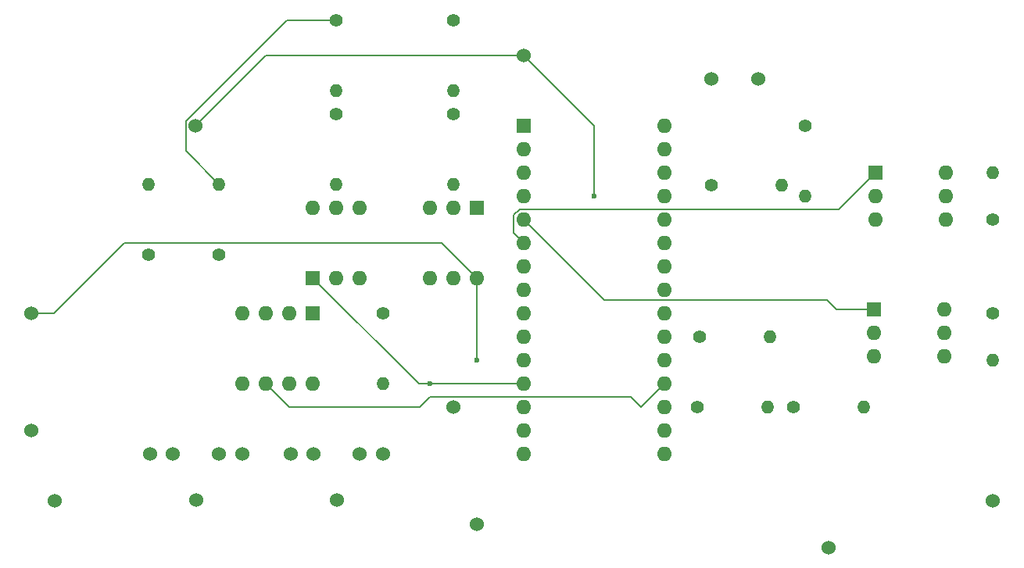
<source format=gbr>
%TF.GenerationSoftware,KiCad,Pcbnew,(7.0.0)*%
%TF.CreationDate,2023-09-29T18:22:51-04:00*%
%TF.ProjectId,Tinnitus Device 2,54696e6e-6974-4757-9320-446576696365,rev?*%
%TF.SameCoordinates,Original*%
%TF.FileFunction,Copper,L2,Bot*%
%TF.FilePolarity,Positive*%
%FSLAX46Y46*%
G04 Gerber Fmt 4.6, Leading zero omitted, Abs format (unit mm)*
G04 Created by KiCad (PCBNEW (7.0.0)) date 2023-09-29 18:22:51*
%MOMM*%
%LPD*%
G01*
G04 APERTURE LIST*
%TA.AperFunction,ComponentPad*%
%ADD10R,1.600000X1.600000*%
%TD*%
%TA.AperFunction,ComponentPad*%
%ADD11O,1.600000X1.600000*%
%TD*%
%TA.AperFunction,ComponentPad*%
%ADD12C,1.400000*%
%TD*%
%TA.AperFunction,ComponentPad*%
%ADD13O,1.400000X1.400000*%
%TD*%
%TA.AperFunction,ComponentPad*%
%ADD14C,1.524000*%
%TD*%
%TA.AperFunction,ViaPad*%
%ADD15C,0.600000*%
%TD*%
%TA.AperFunction,Conductor*%
%ADD16C,0.200000*%
%TD*%
G04 APERTURE END LIST*
D10*
%TO.P,U1,1,NC*%
%TO.N,unconnected-(U1-NC-Pad1)*%
X111759999Y-86359999D03*
D11*
%TO.P,U1,2,-*%
%TO.N,Net-(U1--)*%
X109219999Y-86359999D03*
%TO.P,U1,3,+*%
%TO.N,Net-(U1-+)*%
X106679999Y-86359999D03*
%TO.P,U1,4,V-*%
%TO.N,GND*%
X104139999Y-86359999D03*
%TO.P,U1,5,NC*%
%TO.N,unconnected-(U1-NC-Pad5)*%
X104139999Y-93979999D03*
%TO.P,U1,6*%
%TO.N,Net-(A1-A0)*%
X106679999Y-93979999D03*
%TO.P,U1,7,V+*%
%TO.N,+5V*%
X109219999Y-93979999D03*
%TO.P,U1,8,NC*%
%TO.N,unconnected-(U1-NC-Pad8)*%
X111759999Y-93979999D03*
%TD*%
D12*
%TO.P,RG1,1*%
%TO.N,Net-(U1--)*%
X101600000Y-80010000D03*
D13*
%TO.P,RG1,2*%
%TO.N,GND*%
X101599999Y-72389999D03*
%TD*%
D12*
%TO.P,RF1,1*%
%TO.N,Net-(A1-A0)*%
X93980000Y-80010000D03*
D13*
%TO.P,RF1,2*%
%TO.N,Net-(U1--)*%
X93979999Y-72389999D03*
%TD*%
%TO.P,R6,2*%
%TO.N,Net-(D4-K)*%
X161289999Y-88899999D03*
D12*
%TO.P,R6,1*%
%TO.N,GND*%
X153670000Y-88900000D03*
%TD*%
%TO.P,R5,1*%
%TO.N,GND*%
X114300000Y-54610000D03*
D13*
%TO.P,R5,2*%
%TO.N,Net-(D2-K)*%
X114299999Y-62229999D03*
%TD*%
D12*
%TO.P,R4,1*%
%TO.N,GND*%
X127000000Y-54610000D03*
D13*
%TO.P,R4,2*%
%TO.N,Net-(D1-K)*%
X126999999Y-62229999D03*
%TD*%
D12*
%TO.P,R3,1*%
%TO.N,GND*%
X153370000Y-96520000D03*
D13*
%TO.P,R3,2*%
%TO.N,Net-(D3-K)*%
X160989999Y-96519999D03*
%TD*%
D12*
%TO.P,R2,1*%
%TO.N,/OPTIONAL*%
X165100000Y-66040000D03*
D13*
%TO.P,R2,2*%
X165099999Y-73659999D03*
%TD*%
D12*
%TO.P,R1,1*%
%TO.N,Net-(U1-+)*%
X119380000Y-86360000D03*
D13*
%TO.P,R1,2*%
%TO.N,Net-(K2-S1)*%
X119379999Y-93979999D03*
%TD*%
D10*
%TO.P,K4,1,A*%
%TO.N,D3*%
X172719999Y-71134999D03*
D11*
%TO.P,K4,2,K*%
%TO.N,Net-(D4-A)*%
X172719999Y-73674999D03*
%TO.P,K4,3,NC*%
%TO.N,unconnected-(K4-NC-Pad3)*%
X172719999Y-76214999D03*
%TO.P,K4,4,S2*%
%TO.N,/OPTIONAL*%
X180339999Y-76214999D03*
%TO.P,K4,5,DC*%
%TO.N,unconnected-(K4-DC-Pad5)*%
X180339999Y-73674999D03*
%TO.P,K4,6,S1*%
%TO.N,/OPTIONAL*%
X180339999Y-71134999D03*
%TD*%
D10*
%TO.P,K3,1,A*%
%TO.N,Net-(A1-D9)*%
X111774999Y-82539999D03*
D11*
%TO.P,K3,2,K*%
%TO.N,Net-(D2-A)*%
X114314999Y-82539999D03*
%TO.P,K3,3,NC*%
%TO.N,unconnected-(K3-NC-Pad3)*%
X116854999Y-82539999D03*
%TO.P,K3,4,S2*%
%TO.N,Net-(K3-S2)*%
X116854999Y-74919999D03*
%TO.P,K3,5,DC*%
%TO.N,unconnected-(K3-DC-Pad5)*%
X114314999Y-74919999D03*
%TO.P,K3,6,S1*%
%TO.N,Net-(K3-S1)*%
X111774999Y-74919999D03*
%TD*%
D10*
%TO.P,K2,1,A*%
%TO.N,Net-(A1-D10)*%
X129524999Y-74939999D03*
D11*
%TO.P,K2,2,K*%
%TO.N,Net-(D1-A)*%
X126984999Y-74939999D03*
%TO.P,K2,3,NC*%
%TO.N,unconnected-(K2-NC-Pad3)*%
X124444999Y-74939999D03*
%TO.P,K2,4,S2*%
%TO.N,Net-(K2-S2)*%
X124444999Y-82559999D03*
%TO.P,K2,5,DC*%
%TO.N,unconnected-(K2-DC-Pad5)*%
X126984999Y-82559999D03*
%TO.P,K2,6,S1*%
%TO.N,Net-(K2-S1)*%
X129524999Y-82559999D03*
%TD*%
D10*
%TO.P,K1,1,A*%
%TO.N,Net-(A1-D2)*%
X172519222Y-85933489D03*
D11*
%TO.P,K1,2,K*%
%TO.N,Net-(D3-A)*%
X172519222Y-88473489D03*
%TO.P,K1,3,NC*%
%TO.N,unconnected-(K1-NC-Pad3)*%
X172519222Y-91013489D03*
%TO.P,K1,4,S2*%
%TO.N,Net-(J2-Pin_2)*%
X180139222Y-91013489D03*
%TO.P,K1,5,DC*%
%TO.N,unconnected-(K1-DC-Pad5)*%
X180139222Y-88473489D03*
%TO.P,K1,6,S1*%
%TO.N,/OPTIONAL*%
X180139222Y-85933489D03*
%TD*%
D12*
%TO.P,J4,1,Pin_1*%
%TO.N,/OPTIONAL*%
X185420000Y-76200000D03*
D13*
%TO.P,J4,2,Pin_2*%
X185419999Y-71119999D03*
%TD*%
D14*
%TO.P,J3,3*%
%TO.N,N/C*%
X96600000Y-101600000D03*
%TO.P,J3,4*%
X101600000Y-101600000D03*
%TO.P,J3,R*%
%TO.N,Net-(K3-S2)*%
X94100000Y-101600000D03*
%TO.P,J3,S*%
%TO.N,GND*%
X99100000Y-106600000D03*
%TO.P,J3,T*%
%TO.N,Net-(K2-S2)*%
X104100000Y-101600000D03*
%TD*%
D12*
%TO.P,J2,1,Pin_1*%
%TO.N,/OPTIONAL*%
X185420000Y-86360000D03*
D13*
%TO.P,J2,2,Pin_2*%
%TO.N,Net-(J2-Pin_2)*%
X185419999Y-91439999D03*
%TD*%
D14*
%TO.P,J1,T*%
%TO.N,Net-(K2-S1)*%
X119340000Y-101600000D03*
%TO.P,J1,S*%
%TO.N,GND*%
X114340000Y-106600000D03*
%TO.P,J1,R*%
%TO.N,Net-(K3-S1)*%
X109340000Y-101600000D03*
%TO.P,J1,4*%
%TO.N,N/C*%
X116840000Y-101600000D03*
%TO.P,J1,3*%
X111840000Y-101600000D03*
%TD*%
%TO.P,H11,1,1*%
%TO.N,/OPTIONAL*%
X160020000Y-60960000D03*
%TD*%
%TO.P,H10,1,1*%
%TO.N,Net-(A1-D2)*%
X99060000Y-66040000D03*
%TD*%
%TO.P,H9,1,1*%
%TO.N,Net-(K2-S1)*%
X81280000Y-86360000D03*
%TD*%
%TO.P,H8,1,1*%
%TO.N,Net-(K3-S1)*%
X83820000Y-106680000D03*
%TD*%
%TO.P,H7,1,1*%
%TO.N,Net-(A1-D10)*%
X129540000Y-109220000D03*
%TD*%
%TO.P,H6,1,1*%
%TO.N,Net-(A1-D9)*%
X127000000Y-96520000D03*
%TD*%
%TO.P,H5,1,1*%
%TO.N,GND*%
X81280000Y-99060000D03*
%TD*%
%TO.P,H4,1,1*%
%TO.N,Net-(D3-A)*%
X167640000Y-111760000D03*
%TD*%
%TO.P,H3,1,1*%
%TO.N,Net-(J2-Pin_2)*%
X185420000Y-106680000D03*
%TD*%
%TO.P,H2,1,1*%
%TO.N,/OPTIONAL*%
X154940000Y-60960000D03*
%TD*%
%TO.P,H1,1,1*%
%TO.N,Net-(A1-D2)*%
X134620000Y-58420000D03*
%TD*%
D12*
%TO.P,D4,1,K*%
%TO.N,Net-(D4-K)*%
X154940000Y-72480000D03*
D13*
%TO.P,D4,2,A*%
%TO.N,Net-(D4-A)*%
X162559999Y-72479999D03*
%TD*%
D12*
%TO.P,D3,1,K*%
%TO.N,Net-(D3-K)*%
X163830000Y-96520000D03*
D13*
%TO.P,D3,2,A*%
%TO.N,Net-(D3-A)*%
X171449999Y-96519999D03*
%TD*%
D12*
%TO.P,D2,1,K*%
%TO.N,Net-(D2-K)*%
X114300000Y-64770000D03*
D13*
%TO.P,D2,2,A*%
%TO.N,Net-(D2-A)*%
X114299999Y-72389999D03*
%TD*%
D12*
%TO.P,D1,1,K*%
%TO.N,Net-(D1-K)*%
X127000000Y-64770000D03*
D13*
%TO.P,D1,2,A*%
%TO.N,Net-(D1-A)*%
X126999999Y-72389999D03*
%TD*%
D10*
%TO.P,A1,1,TX1*%
%TO.N,unconnected-(A1-TX1-Pad1)*%
X134619999Y-66039999D03*
D11*
%TO.P,A1,2,RX1*%
%TO.N,unconnected-(A1-RX1-Pad2)*%
X134619999Y-68579999D03*
%TO.P,A1,3,~{RESET}*%
%TO.N,unconnected-(A1-~{RESET}-Pad3)*%
X134619999Y-71119999D03*
%TO.P,A1,4,GND*%
%TO.N,GND*%
X134619999Y-73659999D03*
%TO.P,A1,5,D2*%
%TO.N,Net-(A1-D2)*%
X134619999Y-76199999D03*
%TO.P,A1,6,D3*%
%TO.N,D3*%
X134619999Y-78739999D03*
%TO.P,A1,7,D4*%
%TO.N,unconnected-(A1-D4-Pad7)*%
X134619999Y-81279999D03*
%TO.P,A1,8,D5*%
%TO.N,unconnected-(A1-D5-Pad8)*%
X134619999Y-83819999D03*
%TO.P,A1,9,D6*%
%TO.N,unconnected-(A1-D6-Pad9)*%
X134619999Y-86359999D03*
%TO.P,A1,10,D7*%
%TO.N,unconnected-(A1-D7-Pad10)*%
X134619999Y-88899999D03*
%TO.P,A1,11,D8*%
%TO.N,unconnected-(A1-D8-Pad11)*%
X134619999Y-91439999D03*
%TO.P,A1,12,D9*%
%TO.N,Net-(A1-D9)*%
X134619999Y-93979999D03*
%TO.P,A1,13,D10*%
%TO.N,Net-(A1-D10)*%
X134619999Y-96519999D03*
%TO.P,A1,14,MOSI*%
%TO.N,unconnected-(A1-MOSI-Pad14)*%
X134619999Y-99059999D03*
%TO.P,A1,15,MISO*%
%TO.N,unconnected-(A1-MISO-Pad15)*%
X134619999Y-101599999D03*
%TO.P,A1,16,SCK*%
%TO.N,unconnected-(A1-SCK-Pad16)*%
X149859999Y-101599999D03*
%TO.P,A1,17,3V3*%
%TO.N,+3.3V*%
X149859999Y-99059999D03*
%TO.P,A1,18,AREF*%
%TO.N,unconnected-(A1-AREF-Pad18)*%
X149859999Y-96519999D03*
%TO.P,A1,19,A0*%
%TO.N,Net-(A1-A0)*%
X149859999Y-93979999D03*
%TO.P,A1,20,A1*%
%TO.N,unconnected-(A1-A1-Pad20)*%
X149859999Y-91439999D03*
%TO.P,A1,21,A2*%
%TO.N,unconnected-(A1-A2-Pad21)*%
X149859999Y-88899999D03*
%TO.P,A1,22,A3*%
%TO.N,unconnected-(A1-A3-Pad22)*%
X149859999Y-86359999D03*
%TO.P,A1,23,SDA/A4*%
%TO.N,unconnected-(A1-SDA{slash}A4-Pad23)*%
X149859999Y-83819999D03*
%TO.P,A1,24,SCL/A5*%
%TO.N,unconnected-(A1-SCL{slash}A5-Pad24)*%
X149859999Y-81279999D03*
%TO.P,A1,25,A6*%
%TO.N,unconnected-(A1-A6-Pad25)*%
X149859999Y-78739999D03*
%TO.P,A1,26,A7*%
%TO.N,unconnected-(A1-A7-Pad26)*%
X149859999Y-76199999D03*
%TO.P,A1,27,+5V*%
%TO.N,+5V*%
X149859999Y-73659999D03*
%TO.P,A1,28,~{RESET}*%
%TO.N,unconnected-(A1-~{RESET}-Pad28)*%
X149859999Y-71119999D03*
%TO.P,A1,29,GND*%
%TO.N,GND*%
X149859999Y-68579999D03*
%TO.P,A1,30,VIN*%
%TO.N,unconnected-(A1-VIN-Pad30)*%
X149859999Y-66039999D03*
%TD*%
D15*
%TO.N,Net-(K2-S1)*%
X129540000Y-91440000D03*
%TO.N,Net-(A1-D9)*%
X124460000Y-93980000D03*
%TO.N,Net-(A1-D2)*%
X142240000Y-73660000D03*
%TD*%
D16*
%TO.N,GND*%
X108988105Y-54610000D02*
X114300000Y-54610000D01*
X97998000Y-65600105D02*
X108988105Y-54610000D01*
X97998000Y-68788000D02*
X97998000Y-65600105D01*
X101600000Y-72390000D02*
X97998000Y-68788000D01*
%TO.N,Net-(K2-S1)*%
X129525000Y-91425000D02*
X129525000Y-82560000D01*
X129540000Y-91440000D02*
X129525000Y-91425000D01*
%TO.N,Net-(A1-D9)*%
X124460000Y-93980000D02*
X134620000Y-93980000D01*
X111775000Y-82540000D02*
X123215000Y-93980000D01*
X123215000Y-93980000D02*
X124460000Y-93980000D01*
%TO.N,Net-(A1-D2)*%
X143340000Y-84920000D02*
X134620000Y-76200000D01*
X167465000Y-84920000D02*
X143340000Y-84920000D01*
X168478490Y-85933490D02*
X167465000Y-84920000D01*
X172519223Y-85933490D02*
X168478490Y-85933490D01*
%TO.N,Net-(A1-A0)*%
X109220000Y-96520000D02*
X106680000Y-93980000D01*
X124460000Y-95420000D02*
X123360000Y-96520000D01*
X123360000Y-96520000D02*
X109220000Y-96520000D01*
X146220000Y-95420000D02*
X124460000Y-95420000D01*
X149860000Y-93980000D02*
X147320000Y-96520000D01*
X147320000Y-96520000D02*
X146220000Y-95420000D01*
%TO.N,Net-(A1-D2)*%
X142240000Y-66040000D02*
X142240000Y-73660000D01*
X134620000Y-58420000D02*
X142240000Y-66040000D01*
X106680000Y-58420000D02*
X134620000Y-58420000D01*
X99060000Y-66040000D02*
X106680000Y-58420000D01*
%TO.N,Net-(K2-S1)*%
X91367893Y-78740000D02*
X125705000Y-78740000D01*
X83747893Y-86360000D02*
X91367893Y-78740000D01*
X125705000Y-78740000D02*
X129525000Y-82560000D01*
X81280000Y-86360000D02*
X83747893Y-86360000D01*
%TO.N,D3*%
X133520000Y-77640000D02*
X134620000Y-78740000D01*
X134164365Y-75100000D02*
X133520000Y-75744365D01*
X133520000Y-75744365D02*
X133520000Y-77640000D01*
X172720000Y-71135000D02*
X168755000Y-75100000D01*
X168755000Y-75100000D02*
X134164365Y-75100000D01*
%TD*%
M02*

</source>
